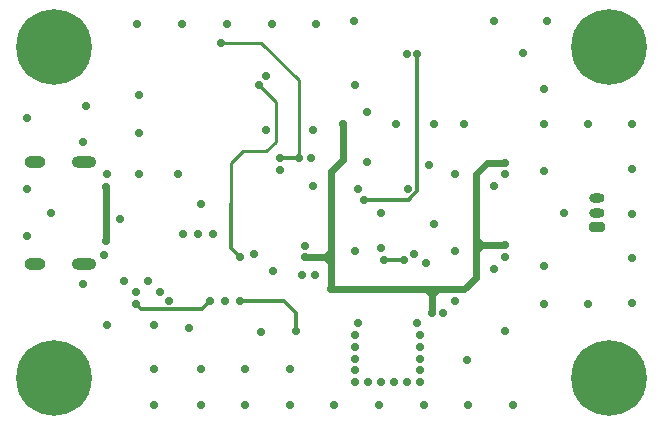
<source format=gbr>
%TF.GenerationSoftware,KiCad,Pcbnew,9.0.6*%
%TF.CreationDate,2025-12-11T07:51:36+01:00*%
%TF.ProjectId,ch32-baseboard-kicad,63683332-2d62-4617-9365-626f6172642d,rev?*%
%TF.SameCoordinates,PX5b8d800PY8954400*%
%TF.FileFunction,Copper,L4,Bot*%
%TF.FilePolarity,Positive*%
%FSLAX46Y46*%
G04 Gerber Fmt 4.6, Leading zero omitted, Abs format (unit mm)*
G04 Created by KiCad (PCBNEW 9.0.6) date 2025-12-11 07:51:36*
%MOMM*%
%LPD*%
G01*
G04 APERTURE LIST*
G04 Aperture macros list*
%AMRoundRect*
0 Rectangle with rounded corners*
0 $1 Rounding radius*
0 $2 $3 $4 $5 $6 $7 $8 $9 X,Y pos of 4 corners*
0 Add a 4 corners polygon primitive as box body*
4,1,4,$2,$3,$4,$5,$6,$7,$8,$9,$2,$3,0*
0 Add four circle primitives for the rounded corners*
1,1,$1+$1,$2,$3*
1,1,$1+$1,$4,$5*
1,1,$1+$1,$6,$7*
1,1,$1+$1,$8,$9*
0 Add four rect primitives between the rounded corners*
20,1,$1+$1,$2,$3,$4,$5,0*
20,1,$1+$1,$4,$5,$6,$7,0*
20,1,$1+$1,$6,$7,$8,$9,0*
20,1,$1+$1,$8,$9,$2,$3,0*%
G04 Aperture macros list end*
%TA.AperFunction,HeatsinkPad*%
%ADD10O,2.100000X1.000000*%
%TD*%
%TA.AperFunction,HeatsinkPad*%
%ADD11O,1.800000X1.000000*%
%TD*%
%TA.AperFunction,ComponentPad*%
%ADD12RoundRect,0.200000X0.450000X-0.200000X0.450000X0.200000X-0.450000X0.200000X-0.450000X-0.200000X0*%
%TD*%
%TA.AperFunction,ComponentPad*%
%ADD13O,1.300000X0.800000*%
%TD*%
%TA.AperFunction,ComponentPad*%
%ADD14C,0.800000*%
%TD*%
%TA.AperFunction,ComponentPad*%
%ADD15C,6.400000*%
%TD*%
%TA.AperFunction,ViaPad*%
%ADD16C,0.700000*%
%TD*%
%TA.AperFunction,Conductor*%
%ADD17C,0.600000*%
%TD*%
%TA.AperFunction,Conductor*%
%ADD18C,0.250000*%
%TD*%
%TA.AperFunction,Conductor*%
%ADD19C,0.300000*%
%TD*%
G04 APERTURE END LIST*
D10*
%TO.P,J1,S1,SHIELD*%
%TO.N,GND*%
X6605000Y23320000D03*
D11*
X2425000Y23320000D03*
D10*
X6605000Y14680000D03*
D11*
X2425000Y14680000D03*
%TD*%
D12*
%TO.P,J3,1,Pin_1*%
%TO.N,/UART_CN_TX*%
X50050000Y17750000D03*
D13*
%TO.P,J3,2,Pin_2*%
%TO.N,/UART_CN_RX*%
X50050000Y19000000D03*
%TO.P,J3,3,Pin_3*%
%TO.N,GND*%
X50050000Y20250000D03*
%TD*%
D14*
%TO.P,MH2,1,1*%
%TO.N,GND*%
X48600000Y33000000D03*
X49302944Y34697056D03*
X49302944Y31302944D03*
X51000000Y35400000D03*
D15*
X51000000Y33000000D03*
D14*
X51000000Y30600000D03*
X52697056Y34697056D03*
X52697056Y31302944D03*
X53400000Y33000000D03*
%TD*%
%TO.P,MH4,1,1*%
%TO.N,GND*%
X1600000Y5000000D03*
X2302944Y6697056D03*
X2302944Y3302944D03*
X4000000Y7400000D03*
D15*
X4000000Y5000000D03*
D14*
X4000000Y2600000D03*
X5697056Y6697056D03*
X5697056Y3302944D03*
X6400000Y5000000D03*
%TD*%
%TO.P,MH3,1,1*%
%TO.N,GND*%
X48600000Y5000000D03*
X49302944Y6697056D03*
X49302944Y3302944D03*
X51000000Y7400000D03*
D15*
X51000000Y5000000D03*
D14*
X51000000Y2600000D03*
X52697056Y6697056D03*
X52697056Y3302944D03*
X53400000Y5000000D03*
%TD*%
%TO.P,MH1,1,1*%
%TO.N,GND*%
X1600000Y33000000D03*
X2302944Y34697056D03*
X2302944Y31302944D03*
X4000000Y35400000D03*
D15*
X4000000Y33000000D03*
D14*
X4000000Y30600000D03*
X5697056Y34697056D03*
X5697056Y31302944D03*
X6400000Y33000000D03*
%TD*%
D16*
%TO.N,GND*%
X11250000Y25750000D03*
X21600000Y8900000D03*
X32800000Y4650000D03*
X39000000Y6500000D03*
X41250000Y35250000D03*
X35000000Y8650000D03*
X49250000Y11250000D03*
X24000000Y5750000D03*
X26100000Y13750000D03*
X33900000Y32400000D03*
X27750000Y2700000D03*
X11250000Y29000000D03*
X41250000Y21250000D03*
X18500000Y11500000D03*
X53000000Y22712500D03*
X15500000Y9250000D03*
X39112500Y2700000D03*
X29500000Y15750000D03*
X17500000Y17200000D03*
X31750000Y19000000D03*
X30500000Y23250000D03*
X16500000Y5750000D03*
X16500000Y2750000D03*
X12500000Y9500000D03*
X45500000Y11250000D03*
X13750000Y11500000D03*
X45750000Y35250000D03*
X10000000Y13250000D03*
X29500000Y7650000D03*
X11000000Y12250000D03*
X29500000Y5650000D03*
X1750000Y27000000D03*
X25000000Y13750000D03*
X14500000Y22250000D03*
X45500000Y29500000D03*
X35000000Y4650000D03*
X33900000Y4650000D03*
X35000000Y7650000D03*
X38000000Y11500000D03*
X6500000Y13000000D03*
X26000000Y26000000D03*
X13000000Y12250000D03*
X43750000Y32500000D03*
X9600000Y18500000D03*
X14887500Y35000000D03*
X41250000Y14250000D03*
X31700000Y4650000D03*
X38000000Y22250000D03*
X21000000Y15500000D03*
X12000000Y13250000D03*
X35000000Y5650000D03*
X53000000Y11350000D03*
X18675000Y35000000D03*
X22462500Y35000000D03*
X29750000Y21000000D03*
X24000000Y2750000D03*
X22000000Y26000000D03*
X36250000Y18000000D03*
X6500000Y25000000D03*
X26250000Y35000000D03*
X31537500Y2700000D03*
X45500000Y26500000D03*
X16250000Y17200000D03*
X37000000Y10500000D03*
X16500000Y19750000D03*
X29750000Y9650000D03*
X30600000Y4650000D03*
X53000000Y15137500D03*
X34750000Y9650000D03*
X29400000Y35200000D03*
X25800000Y23600000D03*
X45500000Y22500000D03*
X29500000Y29800000D03*
X42250000Y22250000D03*
X35325000Y2700000D03*
X29500000Y6650000D03*
X29500000Y8650000D03*
X11250000Y22250000D03*
X35500000Y14750000D03*
X35000000Y6650000D03*
X15000000Y17200000D03*
X35750000Y23000000D03*
X29500000Y4650000D03*
X42900000Y2700000D03*
X38000000Y15750000D03*
X8500000Y22250000D03*
X23200000Y22600000D03*
X1750000Y21000000D03*
X20250000Y5750000D03*
X47250000Y19000000D03*
X11100000Y35000000D03*
X53000000Y18925000D03*
X12500000Y5750000D03*
X33000000Y26500000D03*
X8500000Y9500000D03*
X22000000Y30600000D03*
X36250000Y26500000D03*
X30500000Y27500000D03*
X20250000Y2750000D03*
X42250000Y9000000D03*
X38750000Y26500000D03*
X6750000Y28000000D03*
X8300000Y15400000D03*
X34500000Y15500000D03*
X1750000Y17000000D03*
X49250000Y26500000D03*
X53000000Y26500000D03*
X26000000Y21250000D03*
X31750000Y16000000D03*
X3750000Y19000000D03*
X45500000Y14500000D03*
X25250000Y16210000D03*
X42250000Y15290000D03*
X22600000Y14100000D03*
X34000000Y21000000D03*
X12500000Y2750000D03*
%TO.N,+3V3S*%
X27500000Y12500000D03*
X42250000Y16250000D03*
X28500000Y26500000D03*
X25250000Y15250000D03*
X42250000Y23210000D03*
X36000000Y10500000D03*
%TO.N,/NRST*%
X24800000Y23600000D03*
X23200000Y23600000D03*
X18200000Y33400000D03*
%TO.N,+VBUS*%
X8400000Y16600000D03*
X8400000Y21200000D03*
%TO.N,+3V3*%
X21400000Y29800000D03*
X24500000Y9000000D03*
X19750000Y11500000D03*
X17250000Y11500000D03*
X19750000Y15250000D03*
X11000000Y11250000D03*
%TO.N,/BOOT0*%
X30300000Y20100000D03*
X34800000Y32400000D03*
%TO.N,/INA_VOUT*%
X32000000Y15000000D03*
X33700000Y15000000D03*
%TD*%
D17*
%TO.N,+3V3S*%
X39750000Y15750000D02*
X39750000Y16750000D01*
X40710000Y23210000D02*
X42250000Y23210000D01*
X28500000Y23500000D02*
X28500000Y26500000D01*
X27000000Y15250000D02*
X27500000Y15750000D01*
X38750000Y12500000D02*
X39750000Y13500000D01*
X39750000Y14250000D02*
X39750000Y15750000D01*
X39750000Y22250000D02*
X40710000Y23210000D01*
X27000000Y15250000D02*
X25250000Y15250000D01*
X35500000Y12500000D02*
X36000000Y12000000D01*
X27500000Y14750000D02*
X27500000Y15750000D01*
X35500000Y12500000D02*
X36500000Y12500000D01*
X36000000Y12000000D02*
X36000000Y10500000D01*
X27500000Y22500000D02*
X28500000Y23500000D01*
X40250000Y16250000D02*
X39750000Y16750000D01*
X39750000Y13500000D02*
X39750000Y14250000D01*
X27500000Y14750000D02*
X27000000Y15250000D01*
X36500000Y12500000D02*
X38750000Y12500000D01*
X40250000Y16250000D02*
X42250000Y16250000D01*
X39750000Y16750000D02*
X39750000Y22250000D01*
X27500000Y14750000D02*
X27500000Y12500000D01*
X36000000Y12000000D02*
X36500000Y12500000D01*
X39750000Y15750000D02*
X40250000Y16250000D01*
X35500000Y12500000D02*
X27500000Y12500000D01*
X27500000Y15750000D02*
X27500000Y22500000D01*
D18*
%TO.N,/NRST*%
X18200000Y33400000D02*
X21600000Y33400000D01*
X21600000Y33400000D02*
X24800000Y30200000D01*
X24800000Y30200000D02*
X24800000Y23600000D01*
D19*
X23200000Y23600000D02*
X24800000Y23600000D01*
D17*
%TO.N,+VBUS*%
X8400000Y21200000D02*
X8400000Y16600000D01*
D19*
%TO.N,+3V3*%
X24500000Y9000000D02*
X24500000Y10000000D01*
X24500000Y10500000D02*
X24000000Y11000000D01*
X11401000Y10849000D02*
X11000000Y11250000D01*
X16599000Y10849000D02*
X11401000Y10849000D01*
D18*
X19000000Y23200000D02*
X19000000Y19750000D01*
D19*
X19000000Y16000000D02*
X19750000Y15250000D01*
D18*
X20000000Y24200000D02*
X19000000Y23200000D01*
X21400000Y29800000D02*
X21374000Y29774000D01*
X22000000Y24200000D02*
X20000000Y24200000D01*
X21400000Y29800000D02*
X22800000Y28400000D01*
X22800000Y28400000D02*
X22800000Y25000000D01*
X22800000Y25000000D02*
X22000000Y24200000D01*
D19*
X23500000Y11500000D02*
X19750000Y11500000D01*
X19000000Y19750000D02*
X19000000Y16000000D01*
X17250000Y11500000D02*
X16599000Y10849000D01*
X24500000Y10000000D02*
X24500000Y10500000D01*
X24000000Y11000000D02*
X23500000Y11500000D01*
%TO.N,/BOOT0*%
X34800000Y20800000D02*
X34800000Y32400000D01*
X30300000Y20100000D02*
X34100000Y20100000D01*
X34100000Y20100000D02*
X34300000Y20300000D01*
X34300000Y20300000D02*
X34800000Y20800000D01*
%TO.N,/INA_VOUT*%
X32000000Y15000000D02*
X33700000Y15000000D01*
%TD*%
M02*

</source>
